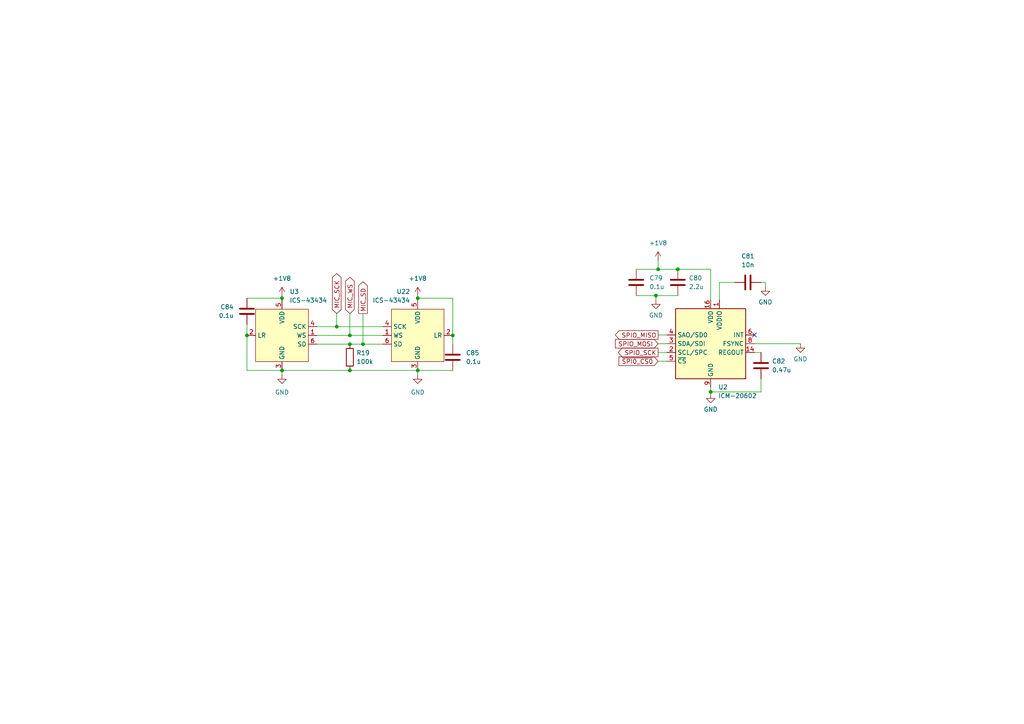
<source format=kicad_sch>
(kicad_sch (version 20230121) (generator eeschema)
  (paper "A4")
  (title_block (title "MEMS") (date "2023-07-09") (rev "1.0.0") (company "Dronolab") (comment 1 "dronolab.etsmtl.ca"))
  (lib_symbols
    (symbol "Device:C" (pin_numbers hide) (pin_names (offset 0.254))
      (property "Reference" "C" (at 0.635 2.54 0))
      (property "Value" "C" (at 0.635 -2.54 0))
      (symbol "C_0_1"
        (polyline (pts (xy -2.032 -0.762) (xy 2.032 -0.762)) (stroke (width 0.508)))
        (polyline (pts (xy -2.032 0.762) (xy 2.032 0.762)) (stroke (width 0.508)))
      )
      (symbol "C_1_1"
        (pin passive line (at 0 3.81 270) (length 2.794) (name "~") (number "1"))
        (pin passive line (at 0 -3.81 90) (length 2.794) (name "~") (number "2"))
      )
    )
    (symbol "Device:R" (pin_numbers hide) (pin_names (offset 0))
      (property "Reference" "R" (at 2.032 0 90))
      (property "Value" "R" (at 0 0 90))
      (symbol "R_0_1"
        (rectangle (start -1.016 -2.54) (end 1.016 2.54) (stroke (width 0.254)))
      )
      (symbol "R_1_1"
        (pin passive line (at 0 3.81 270) (length 1.27) (name "~") (number "1"))
        (pin passive line (at 0 -3.81 90) (length 1.27) (name "~") (number "2"))
      )
    )
    (symbol "I2S_MEMS_Microphone:ICS-43434"
      (property "Reference" "U" (at 7.62 12.7 0))
      (property "Value" "ICS-43434" (at 7.62 10.16 0))
      (symbol "ICS-43434_0_1"
        (rectangle (start -7.62 7.62) (end 7.62 -7.62) (stroke (width 0.1524)) (fill (type background)))
      )
      (symbol "ICS-43434_1_1"
        (pin input line (at 10.16 0 180) (length 2.54) (name "WS") (number "1"))
        (pin input line (at -10.16 0 0) (length 2.54) (name "LR") (number "2"))
        (pin power_in line (at 0 -10.16 90) (length 2.54) (name "GND") (number "3"))
        (pin input line (at 10.16 2.54 180) (length 2.54) (name "SCK") (number "4"))
        (pin power_in line (at 0 10.16 270) (length 2.54) (name "VDD") (number "5"))
        (pin output line (at 10.16 -2.54 180) (length 2.54) (name "SD") (number "6"))
      )
    )
    (symbol "Sensor_Motion:ICM-20602"
      (property "Reference" "U" (at -10.16 11.43 0))
      (property "Value" "ICM-20602" (at 10.16 11.43 0))
      (symbol "ICM-20602_0_1"
        (rectangle (start -10.16 10.16) (end 10.16 -10.16) (stroke (width 0.254)) (fill (type background)))
      )
      (symbol "ICM-20602_1_1"
        (pin power_in line (at 2.54 12.7 270) (length 2.54) (name "VDDIO") (number "1"))
        (pin passive line (at 0 -12.7 90) (length 2.54) hide (name "GND") (number "10"))
        (pin passive line (at 0 -12.7 90) (length 2.54) hide (name "GND") (number "11"))
        (pin passive line (at 0 -12.7 90) (length 2.54) hide (name "GND") (number "12"))
        (pin passive line (at 0 -12.7 90) (length 2.54) hide (name "GND") (number "13"))
        (pin passive line (at 12.7 -2.54 180) (length 2.54) (name "REGOUT") (number "14"))
        (pin passive line (at 0 -12.7 90) (length 2.54) hide (name "GND") (number "15"))
        (pin power_in line (at 0 12.7 270) (length 2.54) (name "VDD") (number "16"))
        (pin input line (at -12.7 -2.54 0) (length 2.54) (name "SCL/SPC") (number "2"))
        (pin bidirectional line (at -12.7 0 0) (length 2.54) (name "SDA/SDI") (number "3"))
        (pin bidirectional line (at -12.7 2.54 0) (length 2.54) (name "SAO/SD0") (number "4"))
        (pin input line (at -12.7 -5.08 0) (length 2.54) (name "~{CS}") (number "5"))
        (pin output line (at 12.7 2.54 180) (length 2.54) (name "INT") (number "6"))
        (pin no_connect line (at -10.16 5.08 0) (length 2.54) hide (name "RESV") (number "7"))
        (pin input line (at 12.7 0 180) (length 2.54) (name "FSYNC") (number "8"))
        (pin power_in line (at 0 -12.7 90) (length 2.54) (name "GND") (number "9"))
      )
    )
    (symbol "power:+1V8" (power) (pin_names (offset 0))
      (property "Value" "+1V8" (at 0 3.556 0))
      (symbol "+1V8_0_1"
        (polyline (pts (xy -0.762 1.27) (xy 0 2.54)))
        (polyline (pts (xy 0 0) (xy 0 2.54)))
        (polyline (pts (xy 0 2.54) (xy 0.762 1.27)))
      )
      (symbol "+1V8_1_1"
        (pin power_in line (at 0 0 90) (length 0) hide (name "+1V8") (number "1"))
      )
    )
    (symbol "power:GND" (power) (pin_names (offset 0))
      (property "Value" "GND" (at 0 -3.81 0))
      (symbol "GND_0_1"
        (polyline (pts (xy 0 0) (xy 0 -1.27) (xy 1.27 -1.27) (xy 0 -2.54) (xy -1.27 -1.27) (xy 0 -1.27)))
      )
      (symbol "GND_1_1"
        (pin power_in line (at 0 0 270) (length 0) hide (name "GND") (number "1"))
      )
    )
  )
  (junction (at 190.246 85.725))
  (junction (at 121.158 107.442))
  (junction (at 121.158 86.487))
  (junction (at 71.628 97.282))
  (junction (at 81.788 107.442))
  (junction (at 131.318 97.282))
  (junction (at 105.283 99.822))
  (junction (at 97.663 94.742))
  (junction (at 190.881 78.105))
  (junction (at 101.473 107.442))
  (junction (at 101.473 99.822))
  (junction (at 196.596 78.105))
  (junction (at 206.121 113.665))
  (junction (at 81.788 86.487))
  (junction (at 101.473 97.282))
  (no_connect (at 218.821 97.155))
  (wire (pts (xy 220.726 109.855) (xy 220.726 113.665)))
  (wire (pts (xy 190.881 99.695) (xy 193.421 99.695)))
  (wire (pts (xy 131.318 99.822) (xy 131.318 97.282)))
  (wire (pts (xy 105.283 90.932) (xy 105.283 99.822)))
  (wire (pts (xy 213.106 81.915) (xy 208.661 81.915)))
  (wire (pts (xy 221.996 81.915) (xy 220.726 81.915)))
  (wire (pts (xy 218.821 99.695) (xy 232.156 99.695)))
  (wire (pts (xy 190.246 85.725) (xy 190.246 86.995)))
  (wire (pts (xy 97.663 90.932) (xy 97.663 94.742)))
  (wire (pts (xy 101.473 90.932) (xy 101.473 97.282)))
  (wire (pts (xy 131.318 86.487) (xy 131.318 97.282)))
  (wire (pts (xy 184.531 85.725) (xy 190.246 85.725)))
  (wire (pts (xy 121.158 86.487) (xy 131.318 86.487)))
  (wire (pts (xy 71.628 94.107) (xy 71.628 97.282)))
  (wire (pts (xy 206.121 113.665) (xy 206.121 114.3)))
  (wire (pts (xy 190.881 104.775) (xy 193.421 104.775)))
  (wire (pts (xy 190.881 75.565) (xy 190.881 78.105)))
  (wire (pts (xy 101.473 107.442) (xy 121.158 107.442)))
  (wire (pts (xy 101.473 97.282) (xy 110.998 97.282)))
  (wire (pts (xy 221.996 83.185) (xy 221.996 81.915)))
  (wire (pts (xy 184.531 78.105) (xy 190.881 78.105)))
  (wire (pts (xy 206.121 86.995) (xy 206.121 78.105)))
  (wire (pts (xy 81.788 85.852) (xy 81.788 86.487)))
  (wire (pts (xy 190.881 102.235) (xy 193.421 102.235)))
  (wire (pts (xy 218.821 102.235) (xy 220.726 102.235)))
  (wire (pts (xy 121.158 107.442) (xy 131.318 107.442)))
  (wire (pts (xy 71.628 107.442) (xy 81.788 107.442)))
  (wire (pts (xy 71.628 97.282) (xy 71.628 107.442)))
  (wire (pts (xy 91.948 94.742) (xy 97.663 94.742)))
  (wire (pts (xy 97.663 94.742) (xy 110.998 94.742)))
  (wire (pts (xy 190.881 97.155) (xy 193.421 97.155)))
  (wire (pts (xy 190.246 85.725) (xy 196.596 85.725)))
  (wire (pts (xy 206.121 112.395) (xy 206.121 113.665)))
  (wire (pts (xy 81.788 107.442) (xy 81.788 108.712)))
  (wire (pts (xy 81.788 86.487) (xy 71.628 86.487)))
  (wire (pts (xy 105.283 99.822) (xy 110.998 99.822)))
  (wire (pts (xy 220.726 113.665) (xy 206.121 113.665)))
  (wire (pts (xy 196.596 78.105) (xy 206.121 78.105)))
  (wire (pts (xy 101.473 99.822) (xy 105.283 99.822)))
  (wire (pts (xy 81.788 86.487) (xy 81.788 87.122)))
  (wire (pts (xy 121.158 86.487) (xy 121.158 87.122)))
  (wire (pts (xy 208.661 81.915) (xy 208.661 86.995)))
  (wire (pts (xy 190.881 78.105) (xy 196.596 78.105)))
  (wire (pts (xy 91.948 99.822) (xy 101.473 99.822)))
  (wire (pts (xy 81.788 107.442) (xy 101.473 107.442)))
  (wire (pts (xy 121.158 85.852) (xy 121.158 86.487)))
  (wire (pts (xy 91.948 97.282) (xy 101.473 97.282)))
  (wire (pts (xy 121.158 107.442) (xy 121.158 108.712)))
  (global_label "MIC_SD" (shape output) (at 105.283 90.932 90) (property "Intersheetrefs" "${INTERSHEET_REFS}" (at 105.283 81.1735 90) (effects (justify left))))
  (global_label "~{SPI0_CS0}" (shape input) (at 190.881 104.775 180) (property "Intersheetrefs" "${INTERSHEET_REFS}" (at 178.9454 104.775 0) (effects (justify right))))
  (global_label "SPIO_MOSI" (shape input) (at 190.881 99.695 180) (property "Intersheetrefs" "${INTERSHEET_REFS}" (at 177.9172 99.695 0) (effects (justify right))))
  (global_label "MIC_WS" (shape bidirectional) (at 101.473 90.932 90) (property "Intersheetrefs" "${INTERSHEET_REFS}" (at 101.473 79.8808 90) (effects (justify left))))
  (global_label "SPIO_SCK" (shape output) (at 190.881 102.235 180) (property "Intersheetrefs" "${INTERSHEET_REFS}" (at 178.7639 102.235 0) (effects (justify right))))
  (global_label "MIC_SCK" (shape bidirectional) (at 97.663 90.932 90) (property "Intersheetrefs" "${INTERSHEET_REFS}" (at 97.663 78.7922 90) (effects (justify left))))
  (global_label "SPIO_MISO" (shape output) (at 190.881 97.155 180) (property "Intersheetrefs" "${INTERSHEET_REFS}" (at 177.9172 97.155 0) (effects (justify right))))
  (symbol (lib_id "Device:C") (at 196.596 81.915 0) (unit 1)
    (property "Reference" "C80" (at 199.771 80.645 0) (effects (justify left)))
    (property "Value" "2.2u" (at 199.771 83.185 0) (effects (justify left)))
  )
  (symbol (lib_id "Device:R") (at 101.473 103.632 0) (unit 1)
    (property "Reference" "R19" (at 103.378 102.362 0) (effects (justify left)))
    (property "Value" "100k" (at 103.378 104.902 0) (effects (justify left)))
  )
  (symbol (lib_id "power:GND") (at 206.121 114.3 0) (unit 1)
    (property "Reference" "#PWR015" (effects hide))
    (property "Value" "GND" (at 206.121 118.745 0))
  )
  (symbol (lib_id "power:+1V8") (at 121.158 85.852 0) (unit 1)
    (property "Reference" "#PWR028" (effects hide))
    (property "Value" "+1V8" (at 121.158 80.772 0))
  )
  (symbol (lib_id "power:+1V8") (at 190.881 75.565 0) (unit 1)
    (property "Reference" "#PWR019" (effects hide))
    (property "Value" "+1V8" (at 190.881 70.485 0))
  )
  (symbol (lib_id "Sensor_Motion:ICM-20602") (at 206.121 99.695 0) (unit 1)
    (property "Reference" "U2" (at 208.3151 112.268 0) (effects (justify left)))
    (property "Value" "ICM-20602" (at 208.3151 114.808 0) (effects (justify left)))
    (property "Footprint" "Package_LGA:LGA-16_3x3mm_P0.5mm_LayoutBorder3x5y" (effects hide))
    (property "Datasheet" "http://www.invensense.com/wp-content/uploads/2016/10/DS-000176-ICM-20602-v1.0.pdf" (effects hide))
  )
  (symbol (lib_id "I2S_MEMS_Microphone:ICS-43434") (at 81.788 97.282 0) (unit 1)
    (property "Reference" "U3" (at 83.9821 84.582 0) (effects (justify left)))
    (property "Value" "ICS-43434" (at 83.9821 87.122 0) (effects (justify left)))
  )
  (symbol (lib_id "Device:C") (at 184.531 81.915 0) (unit 1)
    (property "Reference" "C79" (at 188.341 80.645 0) (effects (justify left)))
    (property "Value" "0.1u" (at 188.341 83.185 0) (effects (justify left)))
  )
  (symbol (lib_id "Device:C") (at 71.628 90.297 0) (unit 1)
    (property "Reference" "C84" (at 67.818 89.027 0) (effects (justify right)))
    (property "Value" "0.1u" (at 67.818 91.567 0) (effects (justify right)))
  )
  (symbol (lib_id "power:GND") (at 232.156 99.695 0) (unit 1)
    (property "Reference" "#PWR022" (effects hide))
    (property "Value" "GND" (at 232.156 104.14 0))
  )
  (symbol (lib_id "Device:C") (at 131.318 103.632 0) (unit 1)
    (property "Reference" "C85" (at 135.128 102.362 0) (effects (justify left)))
    (property "Value" "0.1u" (at 135.128 104.902 0) (effects (justify left)))
  )
  (symbol (lib_id "power:GND") (at 81.788 108.712 0) (unit 1)
    (property "Reference" "#PWR026" (effects hide))
    (property "Value" "GND" (at 81.788 113.792 0))
  )
  (symbol (lib_id "Device:C") (at 220.726 106.045 0) (unit 1)
    (property "Reference" "C82" (at 223.901 104.775 0) (effects (justify left)))
    (property "Value" "0.47u" (at 223.901 107.315 0) (effects (justify left)))
  )
  (symbol (lib_id "power:GND") (at 121.158 108.712 0) (unit 1)
    (property "Reference" "#PWR025" (effects hide))
    (property "Value" "GND" (at 121.158 113.792 0))
  )
  (symbol (lib_id "power:GND") (at 190.246 86.995 0) (unit 1)
    (property "Reference" "#PWR023" (effects hide))
    (property "Value" "GND" (at 190.246 91.44 0))
  )
  (symbol (lib_id "power:GND") (at 221.996 83.185 0) (unit 1)
    (property "Reference" "#PWR024" (effects hide))
    (property "Value" "GND" (at 221.996 87.63 0))
  )
  (symbol (lib_id "Device:C") (at 216.916 81.915 90) (unit 1)
    (property "Reference" "C81" (at 216.916 74.295 90))
    (property "Value" "10n" (at 216.916 76.835 90))
  )
  (symbol (lib_id "power:+1V8") (at 81.788 85.852 0) (unit 1)
    (property "Reference" "#PWR027" (effects hide))
    (property "Value" "+1V8" (at 81.788 80.772 0))
  )
  (symbol (lib_id "I2S_MEMS_Microphone:ICS-43434") (at 121.158 97.282 0) (mirror y) (unit 1)
    (property "Reference" "U22" (at 118.9639 84.582 0) (effects (justify left)))
    (property "Value" "ICS-43434" (at 118.9639 87.122 0) (effects (justify left)))
  )
)
</source>
